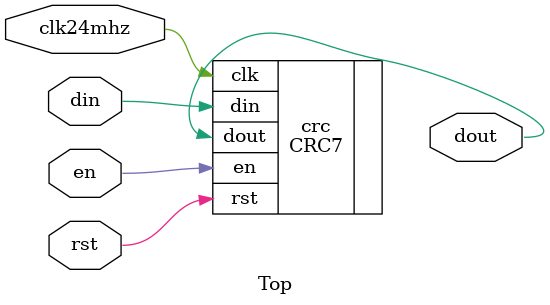
<source format=v>
`include "CRC7.v"

`timescale 1ns/1ps

module Top(
    input wire clk24mhz,
    input wire rst,
    input wire en,
    input wire din,
    output wire dout
);
    CRC7 crc(
        .clk(clk24mhz),
        .rst(rst),
        .en(en),
        .din(din),
        .dout(dout)
    );
endmodule

</source>
